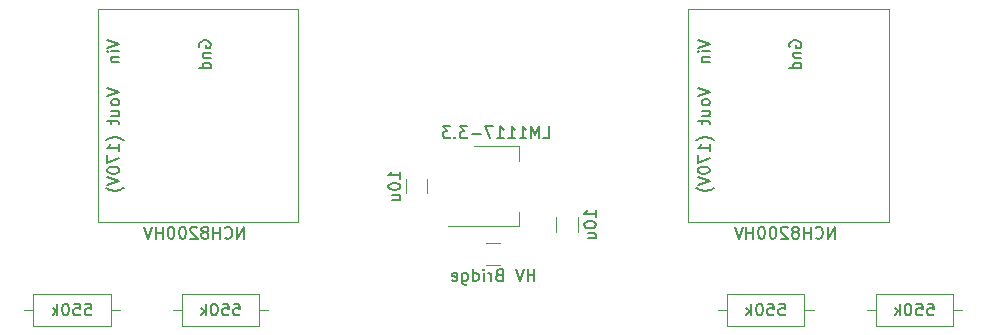
<source format=gbo>
G04 #@! TF.GenerationSoftware,KiCad,Pcbnew,(5.1.5-0-10_14)*
G04 #@! TF.CreationDate,2020-01-15T18:19:52+08:00*
G04 #@! TF.ProjectId,vumeter-schematics,76756d65-7465-4722-9d73-6368656d6174,rev?*
G04 #@! TF.SameCoordinates,Original*
G04 #@! TF.FileFunction,Legend,Bot*
G04 #@! TF.FilePolarity,Positive*
%FSLAX46Y46*%
G04 Gerber Fmt 4.6, Leading zero omitted, Abs format (unit mm)*
G04 Created by KiCad (PCBNEW (5.1.5-0-10_14)) date 2020-01-15 18:19:52*
%MOMM*%
%LPD*%
G04 APERTURE LIST*
%ADD10C,0.120000*%
%ADD11C,0.150000*%
G04 APERTURE END LIST*
D10*
X174175000Y-106005000D02*
X174175000Y-105005000D01*
X157175000Y-106005000D02*
X174175000Y-106005000D01*
X174175000Y-88005000D02*
X174175000Y-105005000D01*
X157175000Y-88005000D02*
X174175000Y-88005000D01*
X157175000Y-88005000D02*
X157175000Y-106005000D01*
X107175000Y-88005000D02*
X107175000Y-106005000D01*
X107175000Y-88005000D02*
X124175000Y-88005000D01*
X124175000Y-88005000D02*
X124175000Y-105005000D01*
X107175000Y-106005000D02*
X124175000Y-106005000D01*
X124175000Y-106005000D02*
X124175000Y-105005000D01*
X142835000Y-99595000D02*
X142835000Y-100855000D01*
X142835000Y-106415000D02*
X142835000Y-105155000D01*
X139075000Y-99595000D02*
X142835000Y-99595000D01*
X136825000Y-106415000D02*
X142835000Y-106415000D01*
X141277064Y-107845000D02*
X140072936Y-107845000D01*
X141277064Y-109665000D02*
X140072936Y-109665000D01*
X133265000Y-103607064D02*
X133265000Y-102402936D01*
X135085000Y-103607064D02*
X135085000Y-102402936D01*
X146015000Y-105652936D02*
X146015000Y-106857064D01*
X147835000Y-105652936D02*
X147835000Y-106857064D01*
X101735000Y-114875000D02*
X101735000Y-112135000D01*
X101735000Y-112135000D02*
X108275000Y-112135000D01*
X108275000Y-112135000D02*
X108275000Y-114875000D01*
X108275000Y-114875000D02*
X101735000Y-114875000D01*
X100965000Y-113505000D02*
X101735000Y-113505000D01*
X109045000Y-113505000D02*
X108275000Y-113505000D01*
X120865000Y-112135000D02*
X120865000Y-114875000D01*
X120865000Y-114875000D02*
X114325000Y-114875000D01*
X114325000Y-114875000D02*
X114325000Y-112135000D01*
X114325000Y-112135000D02*
X120865000Y-112135000D01*
X121635000Y-113505000D02*
X120865000Y-113505000D01*
X113555000Y-113505000D02*
X114325000Y-113505000D01*
X167795000Y-113505000D02*
X167025000Y-113505000D01*
X159715000Y-113505000D02*
X160485000Y-113505000D01*
X167025000Y-114875000D02*
X160485000Y-114875000D01*
X167025000Y-112135000D02*
X167025000Y-114875000D01*
X160485000Y-112135000D02*
X167025000Y-112135000D01*
X160485000Y-114875000D02*
X160485000Y-112135000D01*
X172305000Y-113505000D02*
X173075000Y-113505000D01*
X180385000Y-113505000D02*
X179615000Y-113505000D01*
X173075000Y-112135000D02*
X179615000Y-112135000D01*
X173075000Y-114875000D02*
X173075000Y-112135000D01*
X179615000Y-114875000D02*
X173075000Y-114875000D01*
X179615000Y-112135000D02*
X179615000Y-114875000D01*
D11*
X169591666Y-107457380D02*
X169591666Y-106457380D01*
X169020238Y-107457380D01*
X169020238Y-106457380D01*
X167972619Y-107362142D02*
X168020238Y-107409761D01*
X168163095Y-107457380D01*
X168258333Y-107457380D01*
X168401190Y-107409761D01*
X168496428Y-107314523D01*
X168544047Y-107219285D01*
X168591666Y-107028809D01*
X168591666Y-106885952D01*
X168544047Y-106695476D01*
X168496428Y-106600238D01*
X168401190Y-106505000D01*
X168258333Y-106457380D01*
X168163095Y-106457380D01*
X168020238Y-106505000D01*
X167972619Y-106552619D01*
X167544047Y-107457380D02*
X167544047Y-106457380D01*
X167544047Y-106933571D02*
X166972619Y-106933571D01*
X166972619Y-107457380D02*
X166972619Y-106457380D01*
X166353571Y-106885952D02*
X166448809Y-106838333D01*
X166496428Y-106790714D01*
X166544047Y-106695476D01*
X166544047Y-106647857D01*
X166496428Y-106552619D01*
X166448809Y-106505000D01*
X166353571Y-106457380D01*
X166163095Y-106457380D01*
X166067857Y-106505000D01*
X166020238Y-106552619D01*
X165972619Y-106647857D01*
X165972619Y-106695476D01*
X166020238Y-106790714D01*
X166067857Y-106838333D01*
X166163095Y-106885952D01*
X166353571Y-106885952D01*
X166448809Y-106933571D01*
X166496428Y-106981190D01*
X166544047Y-107076428D01*
X166544047Y-107266904D01*
X166496428Y-107362142D01*
X166448809Y-107409761D01*
X166353571Y-107457380D01*
X166163095Y-107457380D01*
X166067857Y-107409761D01*
X166020238Y-107362142D01*
X165972619Y-107266904D01*
X165972619Y-107076428D01*
X166020238Y-106981190D01*
X166067857Y-106933571D01*
X166163095Y-106885952D01*
X165591666Y-106552619D02*
X165544047Y-106505000D01*
X165448809Y-106457380D01*
X165210714Y-106457380D01*
X165115476Y-106505000D01*
X165067857Y-106552619D01*
X165020238Y-106647857D01*
X165020238Y-106743095D01*
X165067857Y-106885952D01*
X165639285Y-107457380D01*
X165020238Y-107457380D01*
X164401190Y-106457380D02*
X164305952Y-106457380D01*
X164210714Y-106505000D01*
X164163095Y-106552619D01*
X164115476Y-106647857D01*
X164067857Y-106838333D01*
X164067857Y-107076428D01*
X164115476Y-107266904D01*
X164163095Y-107362142D01*
X164210714Y-107409761D01*
X164305952Y-107457380D01*
X164401190Y-107457380D01*
X164496428Y-107409761D01*
X164544047Y-107362142D01*
X164591666Y-107266904D01*
X164639285Y-107076428D01*
X164639285Y-106838333D01*
X164591666Y-106647857D01*
X164544047Y-106552619D01*
X164496428Y-106505000D01*
X164401190Y-106457380D01*
X163448809Y-106457380D02*
X163353571Y-106457380D01*
X163258333Y-106505000D01*
X163210714Y-106552619D01*
X163163095Y-106647857D01*
X163115476Y-106838333D01*
X163115476Y-107076428D01*
X163163095Y-107266904D01*
X163210714Y-107362142D01*
X163258333Y-107409761D01*
X163353571Y-107457380D01*
X163448809Y-107457380D01*
X163544047Y-107409761D01*
X163591666Y-107362142D01*
X163639285Y-107266904D01*
X163686904Y-107076428D01*
X163686904Y-106838333D01*
X163639285Y-106647857D01*
X163591666Y-106552619D01*
X163544047Y-106505000D01*
X163448809Y-106457380D01*
X162686904Y-107457380D02*
X162686904Y-106457380D01*
X162686904Y-106933571D02*
X162115476Y-106933571D01*
X162115476Y-107457380D02*
X162115476Y-106457380D01*
X161782142Y-106457380D02*
X161448809Y-107457380D01*
X161115476Y-106457380D01*
X158002380Y-90606190D02*
X159002380Y-90939523D01*
X158002380Y-91272857D01*
X159002380Y-91606190D02*
X158335714Y-91606190D01*
X158002380Y-91606190D02*
X158050000Y-91558571D01*
X158097619Y-91606190D01*
X158050000Y-91653809D01*
X158002380Y-91606190D01*
X158097619Y-91606190D01*
X158335714Y-92082380D02*
X159002380Y-92082380D01*
X158430952Y-92082380D02*
X158383333Y-92130000D01*
X158335714Y-92225238D01*
X158335714Y-92368095D01*
X158383333Y-92463333D01*
X158478571Y-92510952D01*
X159002380Y-92510952D01*
X165800000Y-91237142D02*
X165752380Y-91141904D01*
X165752380Y-90999047D01*
X165800000Y-90856190D01*
X165895238Y-90760952D01*
X165990476Y-90713333D01*
X166180952Y-90665714D01*
X166323809Y-90665714D01*
X166514285Y-90713333D01*
X166609523Y-90760952D01*
X166704761Y-90856190D01*
X166752380Y-90999047D01*
X166752380Y-91094285D01*
X166704761Y-91237142D01*
X166657142Y-91284761D01*
X166323809Y-91284761D01*
X166323809Y-91094285D01*
X166085714Y-91713333D02*
X166752380Y-91713333D01*
X166180952Y-91713333D02*
X166133333Y-91760952D01*
X166085714Y-91856190D01*
X166085714Y-91999047D01*
X166133333Y-92094285D01*
X166228571Y-92141904D01*
X166752380Y-92141904D01*
X166752380Y-93046666D02*
X165752380Y-93046666D01*
X166704761Y-93046666D02*
X166752380Y-92951428D01*
X166752380Y-92760952D01*
X166704761Y-92665714D01*
X166657142Y-92618095D01*
X166561904Y-92570476D01*
X166276190Y-92570476D01*
X166180952Y-92618095D01*
X166133333Y-92665714D01*
X166085714Y-92760952D01*
X166085714Y-92951428D01*
X166133333Y-93046666D01*
X165800000Y-91237142D02*
X165752380Y-91141904D01*
X165752380Y-90999047D01*
X165800000Y-90856190D01*
X165895238Y-90760952D01*
X165990476Y-90713333D01*
X166180952Y-90665714D01*
X166323809Y-90665714D01*
X166514285Y-90713333D01*
X166609523Y-90760952D01*
X166704761Y-90856190D01*
X166752380Y-90999047D01*
X166752380Y-91094285D01*
X166704761Y-91237142D01*
X166657142Y-91284761D01*
X166323809Y-91284761D01*
X166323809Y-91094285D01*
X166085714Y-91713333D02*
X166752380Y-91713333D01*
X166180952Y-91713333D02*
X166133333Y-91760952D01*
X166085714Y-91856190D01*
X166085714Y-91999047D01*
X166133333Y-92094285D01*
X166228571Y-92141904D01*
X166752380Y-92141904D01*
X166752380Y-93046666D02*
X165752380Y-93046666D01*
X166704761Y-93046666D02*
X166752380Y-92951428D01*
X166752380Y-92760952D01*
X166704761Y-92665714D01*
X166657142Y-92618095D01*
X166561904Y-92570476D01*
X166276190Y-92570476D01*
X166180952Y-92618095D01*
X166133333Y-92665714D01*
X166085714Y-92760952D01*
X166085714Y-92951428D01*
X166133333Y-93046666D01*
X158002380Y-94701428D02*
X159002380Y-95034761D01*
X158002380Y-95368095D01*
X159002380Y-95844285D02*
X158954761Y-95749047D01*
X158907142Y-95701428D01*
X158811904Y-95653809D01*
X158526190Y-95653809D01*
X158430952Y-95701428D01*
X158383333Y-95749047D01*
X158335714Y-95844285D01*
X158335714Y-95987142D01*
X158383333Y-96082380D01*
X158430952Y-96130000D01*
X158526190Y-96177619D01*
X158811904Y-96177619D01*
X158907142Y-96130000D01*
X158954761Y-96082380D01*
X159002380Y-95987142D01*
X159002380Y-95844285D01*
X158335714Y-97034761D02*
X159002380Y-97034761D01*
X158335714Y-96606190D02*
X158859523Y-96606190D01*
X158954761Y-96653809D01*
X159002380Y-96749047D01*
X159002380Y-96891904D01*
X158954761Y-96987142D01*
X158907142Y-97034761D01*
X158335714Y-97368095D02*
X158335714Y-97749047D01*
X158002380Y-97510952D02*
X158859523Y-97510952D01*
X158954761Y-97558571D01*
X159002380Y-97653809D01*
X159002380Y-97749047D01*
X159383333Y-99130000D02*
X159335714Y-99082380D01*
X159192857Y-98987142D01*
X159097619Y-98939523D01*
X158954761Y-98891904D01*
X158716666Y-98844285D01*
X158526190Y-98844285D01*
X158288095Y-98891904D01*
X158145238Y-98939523D01*
X158050000Y-98987142D01*
X157907142Y-99082380D01*
X157859523Y-99130000D01*
X159002380Y-100034761D02*
X159002380Y-99463333D01*
X159002380Y-99749047D02*
X158002380Y-99749047D01*
X158145238Y-99653809D01*
X158240476Y-99558571D01*
X158288095Y-99463333D01*
X158002380Y-100368095D02*
X158002380Y-101034761D01*
X159002380Y-100606190D01*
X158002380Y-101606190D02*
X158002380Y-101701428D01*
X158050000Y-101796666D01*
X158097619Y-101844285D01*
X158192857Y-101891904D01*
X158383333Y-101939523D01*
X158621428Y-101939523D01*
X158811904Y-101891904D01*
X158907142Y-101844285D01*
X158954761Y-101796666D01*
X159002380Y-101701428D01*
X159002380Y-101606190D01*
X158954761Y-101510952D01*
X158907142Y-101463333D01*
X158811904Y-101415714D01*
X158621428Y-101368095D01*
X158383333Y-101368095D01*
X158192857Y-101415714D01*
X158097619Y-101463333D01*
X158050000Y-101510952D01*
X158002380Y-101606190D01*
X158002380Y-102225238D02*
X159002380Y-102558571D01*
X158002380Y-102891904D01*
X159383333Y-103130000D02*
X159335714Y-103177619D01*
X159192857Y-103272857D01*
X159097619Y-103320476D01*
X158954761Y-103368095D01*
X158716666Y-103415714D01*
X158526190Y-103415714D01*
X158288095Y-103368095D01*
X158145238Y-103320476D01*
X158050000Y-103272857D01*
X157907142Y-103177619D01*
X157859523Y-103130000D01*
X119591666Y-107457380D02*
X119591666Y-106457380D01*
X119020238Y-107457380D01*
X119020238Y-106457380D01*
X117972619Y-107362142D02*
X118020238Y-107409761D01*
X118163095Y-107457380D01*
X118258333Y-107457380D01*
X118401190Y-107409761D01*
X118496428Y-107314523D01*
X118544047Y-107219285D01*
X118591666Y-107028809D01*
X118591666Y-106885952D01*
X118544047Y-106695476D01*
X118496428Y-106600238D01*
X118401190Y-106505000D01*
X118258333Y-106457380D01*
X118163095Y-106457380D01*
X118020238Y-106505000D01*
X117972619Y-106552619D01*
X117544047Y-107457380D02*
X117544047Y-106457380D01*
X117544047Y-106933571D02*
X116972619Y-106933571D01*
X116972619Y-107457380D02*
X116972619Y-106457380D01*
X116353571Y-106885952D02*
X116448809Y-106838333D01*
X116496428Y-106790714D01*
X116544047Y-106695476D01*
X116544047Y-106647857D01*
X116496428Y-106552619D01*
X116448809Y-106505000D01*
X116353571Y-106457380D01*
X116163095Y-106457380D01*
X116067857Y-106505000D01*
X116020238Y-106552619D01*
X115972619Y-106647857D01*
X115972619Y-106695476D01*
X116020238Y-106790714D01*
X116067857Y-106838333D01*
X116163095Y-106885952D01*
X116353571Y-106885952D01*
X116448809Y-106933571D01*
X116496428Y-106981190D01*
X116544047Y-107076428D01*
X116544047Y-107266904D01*
X116496428Y-107362142D01*
X116448809Y-107409761D01*
X116353571Y-107457380D01*
X116163095Y-107457380D01*
X116067857Y-107409761D01*
X116020238Y-107362142D01*
X115972619Y-107266904D01*
X115972619Y-107076428D01*
X116020238Y-106981190D01*
X116067857Y-106933571D01*
X116163095Y-106885952D01*
X115591666Y-106552619D02*
X115544047Y-106505000D01*
X115448809Y-106457380D01*
X115210714Y-106457380D01*
X115115476Y-106505000D01*
X115067857Y-106552619D01*
X115020238Y-106647857D01*
X115020238Y-106743095D01*
X115067857Y-106885952D01*
X115639285Y-107457380D01*
X115020238Y-107457380D01*
X114401190Y-106457380D02*
X114305952Y-106457380D01*
X114210714Y-106505000D01*
X114163095Y-106552619D01*
X114115476Y-106647857D01*
X114067857Y-106838333D01*
X114067857Y-107076428D01*
X114115476Y-107266904D01*
X114163095Y-107362142D01*
X114210714Y-107409761D01*
X114305952Y-107457380D01*
X114401190Y-107457380D01*
X114496428Y-107409761D01*
X114544047Y-107362142D01*
X114591666Y-107266904D01*
X114639285Y-107076428D01*
X114639285Y-106838333D01*
X114591666Y-106647857D01*
X114544047Y-106552619D01*
X114496428Y-106505000D01*
X114401190Y-106457380D01*
X113448809Y-106457380D02*
X113353571Y-106457380D01*
X113258333Y-106505000D01*
X113210714Y-106552619D01*
X113163095Y-106647857D01*
X113115476Y-106838333D01*
X113115476Y-107076428D01*
X113163095Y-107266904D01*
X113210714Y-107362142D01*
X113258333Y-107409761D01*
X113353571Y-107457380D01*
X113448809Y-107457380D01*
X113544047Y-107409761D01*
X113591666Y-107362142D01*
X113639285Y-107266904D01*
X113686904Y-107076428D01*
X113686904Y-106838333D01*
X113639285Y-106647857D01*
X113591666Y-106552619D01*
X113544047Y-106505000D01*
X113448809Y-106457380D01*
X112686904Y-107457380D02*
X112686904Y-106457380D01*
X112686904Y-106933571D02*
X112115476Y-106933571D01*
X112115476Y-107457380D02*
X112115476Y-106457380D01*
X111782142Y-106457380D02*
X111448809Y-107457380D01*
X111115476Y-106457380D01*
X108002380Y-94701428D02*
X109002380Y-95034761D01*
X108002380Y-95368095D01*
X109002380Y-95844285D02*
X108954761Y-95749047D01*
X108907142Y-95701428D01*
X108811904Y-95653809D01*
X108526190Y-95653809D01*
X108430952Y-95701428D01*
X108383333Y-95749047D01*
X108335714Y-95844285D01*
X108335714Y-95987142D01*
X108383333Y-96082380D01*
X108430952Y-96130000D01*
X108526190Y-96177619D01*
X108811904Y-96177619D01*
X108907142Y-96130000D01*
X108954761Y-96082380D01*
X109002380Y-95987142D01*
X109002380Y-95844285D01*
X108335714Y-97034761D02*
X109002380Y-97034761D01*
X108335714Y-96606190D02*
X108859523Y-96606190D01*
X108954761Y-96653809D01*
X109002380Y-96749047D01*
X109002380Y-96891904D01*
X108954761Y-96987142D01*
X108907142Y-97034761D01*
X108335714Y-97368095D02*
X108335714Y-97749047D01*
X108002380Y-97510952D02*
X108859523Y-97510952D01*
X108954761Y-97558571D01*
X109002380Y-97653809D01*
X109002380Y-97749047D01*
X109383333Y-99130000D02*
X109335714Y-99082380D01*
X109192857Y-98987142D01*
X109097619Y-98939523D01*
X108954761Y-98891904D01*
X108716666Y-98844285D01*
X108526190Y-98844285D01*
X108288095Y-98891904D01*
X108145238Y-98939523D01*
X108050000Y-98987142D01*
X107907142Y-99082380D01*
X107859523Y-99130000D01*
X109002380Y-100034761D02*
X109002380Y-99463333D01*
X109002380Y-99749047D02*
X108002380Y-99749047D01*
X108145238Y-99653809D01*
X108240476Y-99558571D01*
X108288095Y-99463333D01*
X108002380Y-100368095D02*
X108002380Y-101034761D01*
X109002380Y-100606190D01*
X108002380Y-101606190D02*
X108002380Y-101701428D01*
X108050000Y-101796666D01*
X108097619Y-101844285D01*
X108192857Y-101891904D01*
X108383333Y-101939523D01*
X108621428Y-101939523D01*
X108811904Y-101891904D01*
X108907142Y-101844285D01*
X108954761Y-101796666D01*
X109002380Y-101701428D01*
X109002380Y-101606190D01*
X108954761Y-101510952D01*
X108907142Y-101463333D01*
X108811904Y-101415714D01*
X108621428Y-101368095D01*
X108383333Y-101368095D01*
X108192857Y-101415714D01*
X108097619Y-101463333D01*
X108050000Y-101510952D01*
X108002380Y-101606190D01*
X108002380Y-102225238D02*
X109002380Y-102558571D01*
X108002380Y-102891904D01*
X109383333Y-103130000D02*
X109335714Y-103177619D01*
X109192857Y-103272857D01*
X109097619Y-103320476D01*
X108954761Y-103368095D01*
X108716666Y-103415714D01*
X108526190Y-103415714D01*
X108288095Y-103368095D01*
X108145238Y-103320476D01*
X108050000Y-103272857D01*
X107907142Y-103177619D01*
X107859523Y-103130000D01*
X115800000Y-91237142D02*
X115752380Y-91141904D01*
X115752380Y-90999047D01*
X115800000Y-90856190D01*
X115895238Y-90760952D01*
X115990476Y-90713333D01*
X116180952Y-90665714D01*
X116323809Y-90665714D01*
X116514285Y-90713333D01*
X116609523Y-90760952D01*
X116704761Y-90856190D01*
X116752380Y-90999047D01*
X116752380Y-91094285D01*
X116704761Y-91237142D01*
X116657142Y-91284761D01*
X116323809Y-91284761D01*
X116323809Y-91094285D01*
X116085714Y-91713333D02*
X116752380Y-91713333D01*
X116180952Y-91713333D02*
X116133333Y-91760952D01*
X116085714Y-91856190D01*
X116085714Y-91999047D01*
X116133333Y-92094285D01*
X116228571Y-92141904D01*
X116752380Y-92141904D01*
X116752380Y-93046666D02*
X115752380Y-93046666D01*
X116704761Y-93046666D02*
X116752380Y-92951428D01*
X116752380Y-92760952D01*
X116704761Y-92665714D01*
X116657142Y-92618095D01*
X116561904Y-92570476D01*
X116276190Y-92570476D01*
X116180952Y-92618095D01*
X116133333Y-92665714D01*
X116085714Y-92760952D01*
X116085714Y-92951428D01*
X116133333Y-93046666D01*
X115800000Y-91237142D02*
X115752380Y-91141904D01*
X115752380Y-90999047D01*
X115800000Y-90856190D01*
X115895238Y-90760952D01*
X115990476Y-90713333D01*
X116180952Y-90665714D01*
X116323809Y-90665714D01*
X116514285Y-90713333D01*
X116609523Y-90760952D01*
X116704761Y-90856190D01*
X116752380Y-90999047D01*
X116752380Y-91094285D01*
X116704761Y-91237142D01*
X116657142Y-91284761D01*
X116323809Y-91284761D01*
X116323809Y-91094285D01*
X116085714Y-91713333D02*
X116752380Y-91713333D01*
X116180952Y-91713333D02*
X116133333Y-91760952D01*
X116085714Y-91856190D01*
X116085714Y-91999047D01*
X116133333Y-92094285D01*
X116228571Y-92141904D01*
X116752380Y-92141904D01*
X116752380Y-93046666D02*
X115752380Y-93046666D01*
X116704761Y-93046666D02*
X116752380Y-92951428D01*
X116752380Y-92760952D01*
X116704761Y-92665714D01*
X116657142Y-92618095D01*
X116561904Y-92570476D01*
X116276190Y-92570476D01*
X116180952Y-92618095D01*
X116133333Y-92665714D01*
X116085714Y-92760952D01*
X116085714Y-92951428D01*
X116133333Y-93046666D01*
X108002380Y-90606190D02*
X109002380Y-90939523D01*
X108002380Y-91272857D01*
X109002380Y-91606190D02*
X108335714Y-91606190D01*
X108002380Y-91606190D02*
X108050000Y-91558571D01*
X108097619Y-91606190D01*
X108050000Y-91653809D01*
X108002380Y-91606190D01*
X108097619Y-91606190D01*
X108335714Y-92082380D02*
X109002380Y-92082380D01*
X108430952Y-92082380D02*
X108383333Y-92130000D01*
X108335714Y-92225238D01*
X108335714Y-92368095D01*
X108383333Y-92463333D01*
X108478571Y-92510952D01*
X109002380Y-92510952D01*
X144901190Y-98957380D02*
X145377380Y-98957380D01*
X145377380Y-97957380D01*
X144567857Y-98957380D02*
X144567857Y-97957380D01*
X144234523Y-98671666D01*
X143901190Y-97957380D01*
X143901190Y-98957380D01*
X142901190Y-98957380D02*
X143472619Y-98957380D01*
X143186904Y-98957380D02*
X143186904Y-97957380D01*
X143282142Y-98100238D01*
X143377380Y-98195476D01*
X143472619Y-98243095D01*
X141948809Y-98957380D02*
X142520238Y-98957380D01*
X142234523Y-98957380D02*
X142234523Y-97957380D01*
X142329761Y-98100238D01*
X142425000Y-98195476D01*
X142520238Y-98243095D01*
X140996428Y-98957380D02*
X141567857Y-98957380D01*
X141282142Y-98957380D02*
X141282142Y-97957380D01*
X141377380Y-98100238D01*
X141472619Y-98195476D01*
X141567857Y-98243095D01*
X140663095Y-97957380D02*
X139996428Y-97957380D01*
X140425000Y-98957380D01*
X139615476Y-98576428D02*
X138853571Y-98576428D01*
X138472619Y-97957380D02*
X137853571Y-97957380D01*
X138186904Y-98338333D01*
X138044047Y-98338333D01*
X137948809Y-98385952D01*
X137901190Y-98433571D01*
X137853571Y-98528809D01*
X137853571Y-98766904D01*
X137901190Y-98862142D01*
X137948809Y-98909761D01*
X138044047Y-98957380D01*
X138329761Y-98957380D01*
X138425000Y-98909761D01*
X138472619Y-98862142D01*
X137425000Y-98862142D02*
X137377380Y-98909761D01*
X137425000Y-98957380D01*
X137472619Y-98909761D01*
X137425000Y-98862142D01*
X137425000Y-98957380D01*
X137044047Y-97957380D02*
X136425000Y-97957380D01*
X136758333Y-98338333D01*
X136615476Y-98338333D01*
X136520238Y-98385952D01*
X136472619Y-98433571D01*
X136425000Y-98528809D01*
X136425000Y-98766904D01*
X136472619Y-98862142D01*
X136520238Y-98909761D01*
X136615476Y-98957380D01*
X136901190Y-98957380D01*
X136996428Y-98909761D01*
X137044047Y-98862142D01*
X144151190Y-111027380D02*
X144151190Y-110027380D01*
X144151190Y-110503571D02*
X143579761Y-110503571D01*
X143579761Y-111027380D02*
X143579761Y-110027380D01*
X143246428Y-110027380D02*
X142913095Y-111027380D01*
X142579761Y-110027380D01*
X141151190Y-110503571D02*
X141008333Y-110551190D01*
X140960714Y-110598809D01*
X140913095Y-110694047D01*
X140913095Y-110836904D01*
X140960714Y-110932142D01*
X141008333Y-110979761D01*
X141103571Y-111027380D01*
X141484523Y-111027380D01*
X141484523Y-110027380D01*
X141151190Y-110027380D01*
X141055952Y-110075000D01*
X141008333Y-110122619D01*
X140960714Y-110217857D01*
X140960714Y-110313095D01*
X141008333Y-110408333D01*
X141055952Y-110455952D01*
X141151190Y-110503571D01*
X141484523Y-110503571D01*
X140484523Y-111027380D02*
X140484523Y-110360714D01*
X140484523Y-110551190D02*
X140436904Y-110455952D01*
X140389285Y-110408333D01*
X140294047Y-110360714D01*
X140198809Y-110360714D01*
X139865476Y-111027380D02*
X139865476Y-110360714D01*
X139865476Y-110027380D02*
X139913095Y-110075000D01*
X139865476Y-110122619D01*
X139817857Y-110075000D01*
X139865476Y-110027380D01*
X139865476Y-110122619D01*
X138960714Y-111027380D02*
X138960714Y-110027380D01*
X138960714Y-110979761D02*
X139055952Y-111027380D01*
X139246428Y-111027380D01*
X139341666Y-110979761D01*
X139389285Y-110932142D01*
X139436904Y-110836904D01*
X139436904Y-110551190D01*
X139389285Y-110455952D01*
X139341666Y-110408333D01*
X139246428Y-110360714D01*
X139055952Y-110360714D01*
X138960714Y-110408333D01*
X138055952Y-110360714D02*
X138055952Y-111170238D01*
X138103571Y-111265476D01*
X138151190Y-111313095D01*
X138246428Y-111360714D01*
X138389285Y-111360714D01*
X138484523Y-111313095D01*
X138055952Y-110979761D02*
X138151190Y-111027380D01*
X138341666Y-111027380D01*
X138436904Y-110979761D01*
X138484523Y-110932142D01*
X138532142Y-110836904D01*
X138532142Y-110551190D01*
X138484523Y-110455952D01*
X138436904Y-110408333D01*
X138341666Y-110360714D01*
X138151190Y-110360714D01*
X138055952Y-110408333D01*
X137198809Y-110979761D02*
X137294047Y-111027380D01*
X137484523Y-111027380D01*
X137579761Y-110979761D01*
X137627380Y-110884523D01*
X137627380Y-110503571D01*
X137579761Y-110408333D01*
X137484523Y-110360714D01*
X137294047Y-110360714D01*
X137198809Y-110408333D01*
X137151190Y-110503571D01*
X137151190Y-110598809D01*
X137627380Y-110694047D01*
X132807380Y-102362142D02*
X132807380Y-101790714D01*
X132807380Y-102076428D02*
X131807380Y-102076428D01*
X131950238Y-101981190D01*
X132045476Y-101885952D01*
X132093095Y-101790714D01*
X131807380Y-102981190D02*
X131807380Y-103076428D01*
X131855000Y-103171666D01*
X131902619Y-103219285D01*
X131997857Y-103266904D01*
X132188333Y-103314523D01*
X132426428Y-103314523D01*
X132616904Y-103266904D01*
X132712142Y-103219285D01*
X132759761Y-103171666D01*
X132807380Y-103076428D01*
X132807380Y-102981190D01*
X132759761Y-102885952D01*
X132712142Y-102838333D01*
X132616904Y-102790714D01*
X132426428Y-102743095D01*
X132188333Y-102743095D01*
X131997857Y-102790714D01*
X131902619Y-102838333D01*
X131855000Y-102885952D01*
X131807380Y-102981190D01*
X132140714Y-104171666D02*
X132807380Y-104171666D01*
X132140714Y-103743095D02*
X132664523Y-103743095D01*
X132759761Y-103790714D01*
X132807380Y-103885952D01*
X132807380Y-104028809D01*
X132759761Y-104124047D01*
X132712142Y-104171666D01*
X149377380Y-105612142D02*
X149377380Y-105040714D01*
X149377380Y-105326428D02*
X148377380Y-105326428D01*
X148520238Y-105231190D01*
X148615476Y-105135952D01*
X148663095Y-105040714D01*
X148377380Y-106231190D02*
X148377380Y-106326428D01*
X148425000Y-106421666D01*
X148472619Y-106469285D01*
X148567857Y-106516904D01*
X148758333Y-106564523D01*
X148996428Y-106564523D01*
X149186904Y-106516904D01*
X149282142Y-106469285D01*
X149329761Y-106421666D01*
X149377380Y-106326428D01*
X149377380Y-106231190D01*
X149329761Y-106135952D01*
X149282142Y-106088333D01*
X149186904Y-106040714D01*
X148996428Y-105993095D01*
X148758333Y-105993095D01*
X148567857Y-106040714D01*
X148472619Y-106088333D01*
X148425000Y-106135952D01*
X148377380Y-106231190D01*
X148710714Y-107421666D02*
X149377380Y-107421666D01*
X148710714Y-106993095D02*
X149234523Y-106993095D01*
X149329761Y-107040714D01*
X149377380Y-107135952D01*
X149377380Y-107278809D01*
X149329761Y-107374047D01*
X149282142Y-107421666D01*
X106124047Y-112957380D02*
X106600238Y-112957380D01*
X106647857Y-113433571D01*
X106600238Y-113385952D01*
X106505000Y-113338333D01*
X106266904Y-113338333D01*
X106171666Y-113385952D01*
X106124047Y-113433571D01*
X106076428Y-113528809D01*
X106076428Y-113766904D01*
X106124047Y-113862142D01*
X106171666Y-113909761D01*
X106266904Y-113957380D01*
X106505000Y-113957380D01*
X106600238Y-113909761D01*
X106647857Y-113862142D01*
X105171666Y-112957380D02*
X105647857Y-112957380D01*
X105695476Y-113433571D01*
X105647857Y-113385952D01*
X105552619Y-113338333D01*
X105314523Y-113338333D01*
X105219285Y-113385952D01*
X105171666Y-113433571D01*
X105124047Y-113528809D01*
X105124047Y-113766904D01*
X105171666Y-113862142D01*
X105219285Y-113909761D01*
X105314523Y-113957380D01*
X105552619Y-113957380D01*
X105647857Y-113909761D01*
X105695476Y-113862142D01*
X104505000Y-112957380D02*
X104409761Y-112957380D01*
X104314523Y-113005000D01*
X104266904Y-113052619D01*
X104219285Y-113147857D01*
X104171666Y-113338333D01*
X104171666Y-113576428D01*
X104219285Y-113766904D01*
X104266904Y-113862142D01*
X104314523Y-113909761D01*
X104409761Y-113957380D01*
X104505000Y-113957380D01*
X104600238Y-113909761D01*
X104647857Y-113862142D01*
X104695476Y-113766904D01*
X104743095Y-113576428D01*
X104743095Y-113338333D01*
X104695476Y-113147857D01*
X104647857Y-113052619D01*
X104600238Y-113005000D01*
X104505000Y-112957380D01*
X103743095Y-113957380D02*
X103743095Y-112957380D01*
X103647857Y-113576428D02*
X103362142Y-113957380D01*
X103362142Y-113290714D02*
X103743095Y-113671666D01*
X118714047Y-112957380D02*
X119190238Y-112957380D01*
X119237857Y-113433571D01*
X119190238Y-113385952D01*
X119095000Y-113338333D01*
X118856904Y-113338333D01*
X118761666Y-113385952D01*
X118714047Y-113433571D01*
X118666428Y-113528809D01*
X118666428Y-113766904D01*
X118714047Y-113862142D01*
X118761666Y-113909761D01*
X118856904Y-113957380D01*
X119095000Y-113957380D01*
X119190238Y-113909761D01*
X119237857Y-113862142D01*
X117761666Y-112957380D02*
X118237857Y-112957380D01*
X118285476Y-113433571D01*
X118237857Y-113385952D01*
X118142619Y-113338333D01*
X117904523Y-113338333D01*
X117809285Y-113385952D01*
X117761666Y-113433571D01*
X117714047Y-113528809D01*
X117714047Y-113766904D01*
X117761666Y-113862142D01*
X117809285Y-113909761D01*
X117904523Y-113957380D01*
X118142619Y-113957380D01*
X118237857Y-113909761D01*
X118285476Y-113862142D01*
X117095000Y-112957380D02*
X116999761Y-112957380D01*
X116904523Y-113005000D01*
X116856904Y-113052619D01*
X116809285Y-113147857D01*
X116761666Y-113338333D01*
X116761666Y-113576428D01*
X116809285Y-113766904D01*
X116856904Y-113862142D01*
X116904523Y-113909761D01*
X116999761Y-113957380D01*
X117095000Y-113957380D01*
X117190238Y-113909761D01*
X117237857Y-113862142D01*
X117285476Y-113766904D01*
X117333095Y-113576428D01*
X117333095Y-113338333D01*
X117285476Y-113147857D01*
X117237857Y-113052619D01*
X117190238Y-113005000D01*
X117095000Y-112957380D01*
X116333095Y-113957380D02*
X116333095Y-112957380D01*
X116237857Y-113576428D02*
X115952142Y-113957380D01*
X115952142Y-113290714D02*
X116333095Y-113671666D01*
X164874047Y-112957380D02*
X165350238Y-112957380D01*
X165397857Y-113433571D01*
X165350238Y-113385952D01*
X165255000Y-113338333D01*
X165016904Y-113338333D01*
X164921666Y-113385952D01*
X164874047Y-113433571D01*
X164826428Y-113528809D01*
X164826428Y-113766904D01*
X164874047Y-113862142D01*
X164921666Y-113909761D01*
X165016904Y-113957380D01*
X165255000Y-113957380D01*
X165350238Y-113909761D01*
X165397857Y-113862142D01*
X163921666Y-112957380D02*
X164397857Y-112957380D01*
X164445476Y-113433571D01*
X164397857Y-113385952D01*
X164302619Y-113338333D01*
X164064523Y-113338333D01*
X163969285Y-113385952D01*
X163921666Y-113433571D01*
X163874047Y-113528809D01*
X163874047Y-113766904D01*
X163921666Y-113862142D01*
X163969285Y-113909761D01*
X164064523Y-113957380D01*
X164302619Y-113957380D01*
X164397857Y-113909761D01*
X164445476Y-113862142D01*
X163255000Y-112957380D02*
X163159761Y-112957380D01*
X163064523Y-113005000D01*
X163016904Y-113052619D01*
X162969285Y-113147857D01*
X162921666Y-113338333D01*
X162921666Y-113576428D01*
X162969285Y-113766904D01*
X163016904Y-113862142D01*
X163064523Y-113909761D01*
X163159761Y-113957380D01*
X163255000Y-113957380D01*
X163350238Y-113909761D01*
X163397857Y-113862142D01*
X163445476Y-113766904D01*
X163493095Y-113576428D01*
X163493095Y-113338333D01*
X163445476Y-113147857D01*
X163397857Y-113052619D01*
X163350238Y-113005000D01*
X163255000Y-112957380D01*
X162493095Y-113957380D02*
X162493095Y-112957380D01*
X162397857Y-113576428D02*
X162112142Y-113957380D01*
X162112142Y-113290714D02*
X162493095Y-113671666D01*
X177464047Y-112957380D02*
X177940238Y-112957380D01*
X177987857Y-113433571D01*
X177940238Y-113385952D01*
X177845000Y-113338333D01*
X177606904Y-113338333D01*
X177511666Y-113385952D01*
X177464047Y-113433571D01*
X177416428Y-113528809D01*
X177416428Y-113766904D01*
X177464047Y-113862142D01*
X177511666Y-113909761D01*
X177606904Y-113957380D01*
X177845000Y-113957380D01*
X177940238Y-113909761D01*
X177987857Y-113862142D01*
X176511666Y-112957380D02*
X176987857Y-112957380D01*
X177035476Y-113433571D01*
X176987857Y-113385952D01*
X176892619Y-113338333D01*
X176654523Y-113338333D01*
X176559285Y-113385952D01*
X176511666Y-113433571D01*
X176464047Y-113528809D01*
X176464047Y-113766904D01*
X176511666Y-113862142D01*
X176559285Y-113909761D01*
X176654523Y-113957380D01*
X176892619Y-113957380D01*
X176987857Y-113909761D01*
X177035476Y-113862142D01*
X175845000Y-112957380D02*
X175749761Y-112957380D01*
X175654523Y-113005000D01*
X175606904Y-113052619D01*
X175559285Y-113147857D01*
X175511666Y-113338333D01*
X175511666Y-113576428D01*
X175559285Y-113766904D01*
X175606904Y-113862142D01*
X175654523Y-113909761D01*
X175749761Y-113957380D01*
X175845000Y-113957380D01*
X175940238Y-113909761D01*
X175987857Y-113862142D01*
X176035476Y-113766904D01*
X176083095Y-113576428D01*
X176083095Y-113338333D01*
X176035476Y-113147857D01*
X175987857Y-113052619D01*
X175940238Y-113005000D01*
X175845000Y-112957380D01*
X175083095Y-113957380D02*
X175083095Y-112957380D01*
X174987857Y-113576428D02*
X174702142Y-113957380D01*
X174702142Y-113290714D02*
X175083095Y-113671666D01*
M02*

</source>
